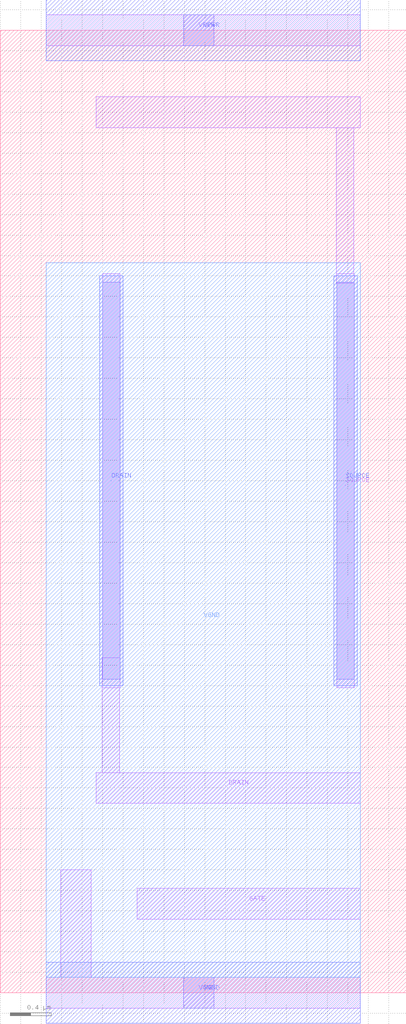
<source format=lef>
VERSION 5.7 ;
  NOWIREEXTENSIONATPIN ON ;
  DIVIDERCHAR "/" ;
  BUSBITCHARS "[]" ;
MACRO sky130_asc_nfet_01v8_lvt_1
  CLASS CORE ;
  FOREIGN sky130_asc_nfet_01v8_lvt_1 ;
  ORIGIN 0.000 0.000 ;
  SIZE 3.970 BY 9.400 ;
  SITE unitasc ;
  PIN GATE
    DIRECTION INOUT ;
    ANTENNAGATEAREA 8.000000 ;
    PORT
      LAYER li1 ;
        RECT 1.340 0.720 3.520 1.020 ;
    END
  END GATE
  PIN SOURCE
    DIRECTION INOUT ;
    ANTENNADIFFAREA 1.160000 ;
    PORT
      LAYER li1 ;
        RECT 0.940 8.450 3.520 8.750 ;
        RECT 3.285 7.020 3.455 8.450 ;
        RECT 3.285 6.930 3.460 7.020 ;
        RECT 3.290 2.980 3.460 6.930 ;
      LAYER mcon ;
        RECT 3.290 3.060 3.460 6.940 ;
      LAYER met1 ;
        RECT 3.260 3.000 3.490 7.000 ;
    END
  END SOURCE
  PIN DRAIN
    DIRECTION INOUT ;
    ANTENNADIFFAREA 1.160000 ;
    PORT
      LAYER li1 ;
        RECT 1.000 3.270 1.170 7.020 ;
        RECT 0.995 2.980 1.170 3.270 ;
        RECT 0.995 2.150 1.165 2.980 ;
        RECT 0.940 1.850 3.520 2.150 ;
      LAYER mcon ;
        RECT 1.000 3.060 1.170 6.940 ;
      LAYER met1 ;
        RECT 0.970 3.000 1.200 7.000 ;
    END
  END DRAIN
  PIN VPWR
    DIRECTION INOUT ;
    USE POWER ;
    PORT
      LAYER li1 ;
        RECT 0.450 9.250 3.520 9.550 ;
      LAYER mcon ;
        RECT 1.790 9.250 2.090 9.550 ;
      LAYER met1 ;
        RECT 0.450 9.100 3.520 9.700 ;
    END
  END VPWR
  PIN VGND
    DIRECTION INOUT ;
    USE GROUND ;
    PORT
      LAYER pwell ;
        RECT 0.450 0.150 3.520 7.130 ;
      LAYER li1 ;
        RECT 0.590 0.150 0.890 1.200 ;
        RECT 0.450 -0.150 3.520 0.150 ;
      LAYER mcon ;
        RECT 1.790 -0.150 2.090 0.150 ;
      LAYER met1 ;
        RECT 0.450 -0.300 3.520 0.300 ;
    END
  END VGND
END sky130_asc_nfet_01v8_lvt_1
END LIBRARY


</source>
